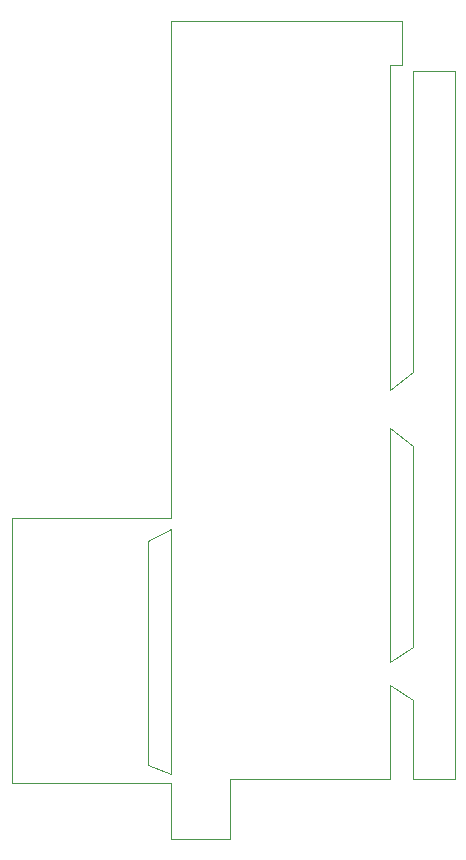
<source format=gbr>
%TF.GenerationSoftware,KiCad,Pcbnew,8.0.1*%
%TF.CreationDate,2024-07-18T12:12:42-04:00*%
%TF.ProjectId,Tiny4FSK,54696e79-3446-4534-9b2e-6b696361645f,rev?*%
%TF.SameCoordinates,Original*%
%TF.FileFunction,Profile,NP*%
%FSLAX46Y46*%
G04 Gerber Fmt 4.6, Leading zero omitted, Abs format (unit mm)*
G04 Created by KiCad (PCBNEW 8.0.1) date 2024-07-18 12:12:42*
%MOMM*%
%LPD*%
G01*
G04 APERTURE LIST*
%TA.AperFunction,Profile*%
%ADD10C,0.100000*%
%TD*%
G04 APERTURE END LIST*
D10*
X159750000Y-47500000D02*
X158750000Y-47500000D01*
X158750000Y-73500000D01*
X158750000Y-75000000D01*
X160750000Y-73500000D01*
X160750000Y-48000000D01*
X164250000Y-48000000D01*
X164248710Y-107929104D01*
X160749992Y-107929519D01*
X160750000Y-101250000D01*
X158750000Y-100000000D01*
X158750000Y-101500000D01*
X158749992Y-107929756D01*
X145250000Y-107931356D01*
X145250000Y-109000000D01*
X145250000Y-113000000D01*
X140250000Y-113000000D01*
X140250000Y-108250000D01*
X126750000Y-108250000D01*
X126742769Y-85814258D01*
X140242769Y-85814258D01*
X140250000Y-43750000D01*
X159750000Y-43750000D01*
X159750000Y-47500000D01*
X160750000Y-79750000D02*
X160750000Y-96750000D01*
X158750000Y-98000000D01*
X158750000Y-96750000D01*
X158750000Y-79750000D01*
X158750000Y-78250000D01*
X160750000Y-79750000D01*
X140250000Y-87750000D02*
X140250000Y-106750000D01*
X140250000Y-107500000D01*
X138250000Y-106750000D01*
X138250000Y-87750000D01*
X140250000Y-86750000D01*
X140250000Y-87750000D01*
M02*

</source>
